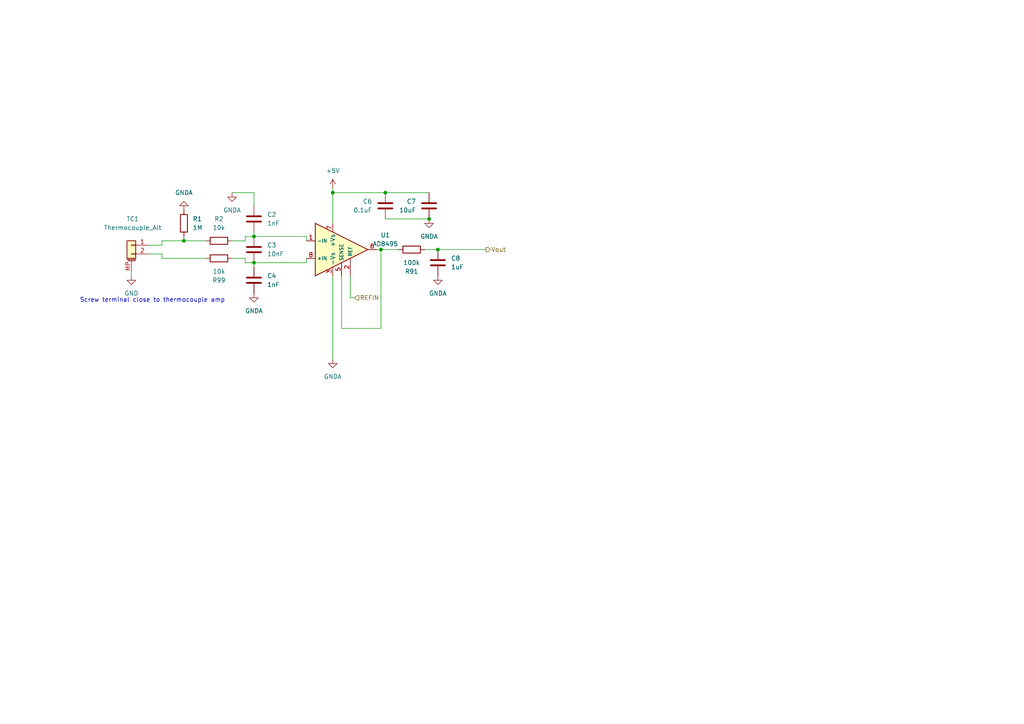
<source format=kicad_sch>
(kicad_sch (version 20231120) (generator "eeschema") (generator_version "8.0")
  (paper "A4")
  (lib_symbols
    (symbol "Connector_Generic_MountingPin:Conn_01x02_MountingPin" (pin_names (offset 1.016) hide)
      (property "Reference" "J" (at 0 2.54 0))
      (property "Value" "Conn_01x02_MountingPin" (at 1.27 -5.08 0))
      (symbol "Conn_01x02_MountingPin_1_1"
        (rectangle (start -1.27 -2.413) (end 0 -2.667) (stroke (width 0.1524)))
        (rectangle (start -1.27 0.127) (end 0 -0.127) (stroke (width 0.1524)))
        (rectangle (start -1.27 1.27) (end 1.27 -3.81) (stroke (width 0.254)) (fill (type background)))
        (polyline (pts (xy -1.016 -4.572) (xy 1.016 -4.572)) (stroke (width 0.1524)))
        (text "Mounting" (at 0 -4.191 0) (effects (font (size 0.381 0.381))))
        (pin passive line (at -5.08 0 0) (length 3.81) (name "Pin_1") (number "1"))
        (pin passive line (at -5.08 -2.54 0) (length 3.81) (name "Pin_2") (number "2"))
        (pin passive line (at 0 -7.62 90) (length 3.048) (name "MountPin") (number "MP"))
      )
    )
    (symbol "Device:C" (pin_numbers hide) (pin_names (offset 0.254))
      (property "Reference" "C" (at 0.635 2.54 0))
      (property "Value" "C" (at 0.635 -2.54 0))
      (symbol "C_0_1"
        (polyline (pts (xy -2.032 -0.762) (xy 2.032 -0.762)) (stroke (width 0.508)))
        (polyline (pts (xy -2.032 0.762) (xy 2.032 0.762)) (stroke (width 0.508)))
      )
      (symbol "C_1_1"
        (pin passive line (at 0 3.81 270) (length 2.794) (name "~") (number "1"))
        (pin passive line (at 0 -3.81 90) (length 2.794) (name "~") (number "2"))
      )
    )
    (symbol "Device:R" (pin_numbers hide) (pin_names (offset 0))
      (property "Reference" "R" (at 2.032 0 90))
      (property "Value" "R" (at 0 0 90))
      (symbol "R_0_1"
        (rectangle (start -1.016 -2.54) (end 1.016 2.54) (stroke (width 0.254)))
      )
      (symbol "R_1_1"
        (pin passive line (at 0 3.81 270) (length 1.27) (name "~") (number "1"))
        (pin passive line (at 0 -3.81 90) (length 1.27) (name "~") (number "2"))
      )
    )
    (symbol "Sensor_Temperature:AD8495"
      (property "Reference" "U" (at 5.08 3.81 0))
      (property "Value" "AD8495" (at 8.89 -3.81 0))
      (symbol "AD8495_0_1"
        (polyline (pts (xy -7.62 7.62) (xy 7.62 0) (xy -7.62 -7.62) (xy -7.62 7.62)) (stroke (width 0.254)) (fill (type background)))
      )
      (symbol "AD8495_1_1"
        (pin input line (at -10.16 2.54 0) (length 2.54) (name "-IN") (number "1"))
        (pin input line (at 2.54 -7.62 90) (length 5.08) (name "REF") (number "2"))
        (pin power_in line (at -2.54 -7.62 90) (length 2.54) (name "-Vs") (number "3"))
        (pin no_connect line (at -5.08 0 180) (length 2.54) hide (name "NC") (number "4"))
        (pin passive line (at 0 -7.62 90) (length 3.81) (name "SENSE") (number "5"))
        (pin output line (at 10.16 0 180) (length 2.54) (name "~") (number "6"))
        (pin power_in line (at -2.54 7.62 270) (length 2.54) (name "+Vs") (number "7"))
        (pin input line (at -10.16 -2.54 0) (length 2.54) (name "+IN") (number "8"))
      )
    )
    (symbol "power:+5V" (power) (pin_names (offset 0))
      (property "Value" "+5V" (at 0 3.556 0))
      (symbol "+5V_0_1"
        (polyline (pts (xy -0.762 1.27) (xy 0 2.54)))
        (polyline (pts (xy 0 0) (xy 0 2.54)))
        (polyline (pts (xy 0 2.54) (xy 0.762 1.27)))
      )
      (symbol "+5V_1_1"
        (pin power_in line (at 0 0 90) (length 0) hide (name "+5V") (number "1"))
      )
    )
    (symbol "power:GND" (power) (pin_numbers hide) (pin_names (offset 0) hide)
      (property "Value" "GND" (at 0 -3.81 0))
      (symbol "GND_0_1"
        (polyline (pts (xy 0 0) (xy 0 -1.27) (xy 1.27 -1.27) (xy 0 -2.54) (xy -1.27 -1.27) (xy 0 -1.27)))
      )
      (symbol "GND_1_1"
        (pin power_in line (at 0 0 270) (length 0) (name "~") (number "1"))
      )
    )
    (symbol "power:GNDA" (power) (pin_names (offset 0))
      (property "Value" "GNDA" (at 0 -3.81 0))
      (symbol "GNDA_0_1"
        (polyline (pts (xy 0 0) (xy 0 -1.27) (xy 1.27 -1.27) (xy 0 -2.54) (xy -1.27 -1.27) (xy 0 -1.27)))
      )
      (symbol "GNDA_1_1"
        (pin power_in line (at 0 0 270) (length 0) hide (name "GNDA") (number "1"))
      )
    )
  )
  (junction (at 110.49 72.39))
  (junction (at 53.34 69.85))
  (junction (at 73.66 76.2))
  (junction (at 111.76 55.88))
  (junction (at 124.46 63.5))
  (junction (at 127 72.39))
  (junction (at 96.52 55.88))
  (junction (at 73.66 68.58))
  (wire (pts (xy 96.52 80.01) (xy 96.52 104.14)))
  (wire (pts (xy 73.66 76.2) (xy 73.66 77.47)))
  (wire (pts (xy 99.06 80.01) (xy 99.06 95.25)))
  (wire (pts (xy 43.18 71.12) (xy 46.99 71.12)))
  (wire (pts (xy 67.31 55.88) (xy 73.66 55.88)))
  (wire (pts (xy 99.06 95.25) (xy 110.49 95.25)))
  (wire (pts (xy 53.34 68.58) (xy 53.34 69.85)))
  (wire (pts (xy 73.66 76.2) (xy 88.9 76.2)))
  (wire (pts (xy 96.52 55.88) (xy 111.76 55.88)))
  (wire (pts (xy 101.6 86.36) (xy 102.87 86.36)))
  (wire (pts (xy 38.1 78.74) (xy 38.1 80.01)))
  (wire (pts (xy 101.6 80.01) (xy 101.6 86.36)))
  (wire (pts (xy 46.99 71.12) (xy 46.99 69.85)))
  (wire (pts (xy 71.12 74.93) (xy 71.12 76.2)))
  (wire (pts (xy 124.46 63.5) (xy 111.76 63.5)))
  (wire (pts (xy 46.99 74.93) (xy 59.69 74.93)))
  (wire (pts (xy 127 72.39) (xy 123.19 72.39)))
  (wire (pts (xy 109.22 72.39) (xy 110.49 72.39)))
  (wire (pts (xy 96.52 55.88) (xy 96.52 64.77)))
  (wire (pts (xy 88.9 76.2) (xy 88.9 74.93)))
  (wire (pts (xy 53.34 69.85) (xy 46.99 69.85)))
  (wire (pts (xy 73.66 67.31) (xy 73.66 68.58)))
  (wire (pts (xy 67.31 74.93) (xy 71.12 74.93)))
  (wire (pts (xy 46.99 73.66) (xy 43.18 73.66)))
  (wire (pts (xy 124.46 55.88) (xy 111.76 55.88)))
  (wire (pts (xy 71.12 68.58) (xy 73.66 68.58)))
  (wire (pts (xy 73.66 55.88) (xy 73.66 59.69)))
  (wire (pts (xy 115.57 72.39) (xy 110.49 72.39)))
  (wire (pts (xy 110.49 72.39) (xy 110.49 95.25)))
  (wire (pts (xy 96.52 54.61) (xy 96.52 55.88)))
  (wire (pts (xy 46.99 74.93) (xy 46.99 73.66)))
  (wire (pts (xy 71.12 76.2) (xy 73.66 76.2)))
  (wire (pts (xy 71.12 69.85) (xy 71.12 68.58)))
  (wire (pts (xy 59.69 69.85) (xy 53.34 69.85)))
  (wire (pts (xy 88.9 69.85) (xy 88.9 68.58)))
  (wire (pts (xy 127 72.39) (xy 140.97 72.39)))
  (wire (pts (xy 67.31 69.85) (xy 71.12 69.85)))
  (wire (pts (xy 88.9 68.58) (xy 73.66 68.58)))
  (text "Screw terminal close to thermocouple amp" (at 44.196 87.122 0) (effects (font (size 1.27 1.27))))
  (hierarchical_label "Vout" (shape output) (at 140.97 72.39 0))
  (hierarchical_label "REFIN" (shape input) (at 102.87 86.36 0))
  (symbol (lib_id "Device:C") (at 124.46 59.69 0) (mirror y) (unit 1)
    (property "Reference" "C7" (at 120.65 58.42 0) (effects (justify left)))
    (property "Value" "10uF" (at 120.65 60.96 0) (effects (justify left)))
    (property "Footprint" "Capacitor_SMD:C_0603_1608Metric_Pad1.08x0.95mm_HandSolder" (effects (hide yes)))
    (instances (project "launchpad-controller-v2" (path "" (reference "C7") (unit 1)) (path "" (reference "C15") (unit 1)) (path "" (reference "C31") (unit 1)) (path "" (reference "C23") (unit 1)) (path "" (reference "C69") (unit 1)) (path "" (reference "C61") (unit 1)) (path "" (reference "C53") (unit 1)) (path "" (reference "C77") (unit 1))))
  )
  (symbol (lib_id "Device:C") (at 127 76.2 0) (unit 1)
    (property "Reference" "C8" (at 130.81 74.93 0) (effects (justify left)))
    (property "Value" "1uF" (at 130.81 77.47 0) (effects (justify left)))
    (property "Footprint" "Capacitor_SMD:C_0603_1608Metric_Pad1.08x0.95mm_HandSolder" (effects (hide yes)))
    (instances (project "launchpad-controller-v2" (path "" (reference "C8") (unit 1)) (path "" (reference "C16") (unit 1)) (path "" (reference "C32") (unit 1)) (path "" (reference "C24") (unit 1)) (path "" (reference "C70") (unit 1)) (path "" (reference "C62") (unit 1)) (path "" (reference "C54") (unit 1)) (path "" (reference "C78") (unit 1))))
  )
  (symbol (lib_id "Device:R") (at 119.38 72.39 270) (unit 1)
    (property "Reference" "R91" (at 119.38 78.74 90))
    (property "Value" "100k" (at 119.38 76.2 90))
    (property "Footprint" "Resistor_SMD:R_0603_1608Metric_Pad0.98x0.95mm_HandSolder" (effects (hide yes)))
    (property "Description" "Resistor" (effects (hide yes)))
    (instances (project "launchpad-controller-v2" (path "" (reference "R91") (unit 1)) (path "" (reference "R86") (unit 1)) (path "" (reference "R87") (unit 1)) (path "" (reference "R88") (unit 1)) (path "" (reference "R89") (unit 1)) (path "" (reference "R90") (unit 1)) (path "" (reference "R92") (unit 1)) (path "" (reference "R93") (unit 1))))
  )
  (symbol (lib_id "power:GNDA") (at 73.66 85.09 0) (unit 1)
    (property "Reference" "#PWR04" (effects (hide yes)))
    (property "Value" "GNDA" (at 73.66 90.17 0))
    (instances (project "launchpad-controller-v2" (path "" (reference "#PWR04") (unit 1)) (path "" (reference "#PWR011") (unit 1)) (path "" (reference "#PWR025") (unit 1)) (path "" (reference "#PWR018") (unit 1)) (path "" (reference "#PWR072") (unit 1)) (path "" (reference "#PWR065") (unit 1)) (path "" (reference "#PWR058") (unit 1)) (path "" (reference "#PWR079") (unit 1))))
  )
  (symbol (lib_id "Device:C") (at 73.66 81.28 0) (unit 1)
    (property "Reference" "C4" (at 77.47 80.01 0) (effects (justify left)))
    (property "Value" "1nF" (at 77.47 82.55 0) (effects (justify left)))
    (property "Footprint" "Capacitor_SMD:C_0603_1608Metric_Pad1.08x0.95mm_HandSolder" (effects (hide yes)))
    (instances (project "launchpad-controller-v2" (path "" (reference "C4") (unit 1)) (path "" (reference "C12") (unit 1)) (path "" (reference "C28") (unit 1)) (path "" (reference "C20") (unit 1)) (path "" (reference "C66") (unit 1)) (path "" (reference "C58") (unit 1)) (path "" (reference "C50") (unit 1)) (path "" (reference "C74") (unit 1))))
  )
  (symbol (lib_id "power:GND") (at 38.1 80.01 0) (unit 1)
    (property "Reference" "#PWR0270" (effects (hide yes)))
    (property "Value" "GND" (at 38.1 85.09 0))
    (property "Description" "Power symbol creates a global label with name \"GND\" , ground" (effects (hide yes)))
    (instances (project "launchpad-controller-v2" (path "" (reference "#PWR0270") (unit 1)) (path "" (reference "#PWR0263") (unit 1)) (path "" (reference "#PWR0271") (unit 1)) (path "" (reference "#PWR0272") (unit 1)) (path "" (reference "#PWR0273") (unit 1)) (path "" (reference "#PWR0274") (unit 1)) (path "" (reference "#PWR0275") (unit 1)) (path "" (reference "#PWR0276") (unit 1))))
  )
  (symbol (lib_id "power:GNDA") (at 127 80.01 0) (unit 1)
    (property "Reference" "#PWR0160" (effects (hide yes)))
    (property "Value" "GNDA" (at 127 85.09 0))
    (instances (project "launchpad-controller-v2" (path "" (reference "#PWR0160") (unit 1)) (path "" (reference "#PWR0158") (unit 1)) (path "" (reference "#PWR0159") (unit 1)) (path "" (reference "#PWR0161") (unit 1)) (path "" (reference "#PWR0162") (unit 1)) (path "" (reference "#PWR0163") (unit 1)) (path "" (reference "#PWR0164") (unit 1)) (path "" (reference "#PWR0165") (unit 1))))
  )
  (symbol (lib_id "Device:R") (at 63.5 74.93 90) (unit 1)
    (property "Reference" "R99" (at 63.5 81.28 90))
    (property "Value" "10k" (at 63.5 78.74 90))
    (property "Footprint" "Resistor_SMD:R_0603_1608Metric_Pad0.98x0.95mm_HandSolder" (effects (hide yes)))
    (property "Description" "Resistor" (effects (hide yes)))
    (instances (project "launchpad-controller-v2" (path "" (reference "R99") (unit 1)) (path "" (reference "R94") (unit 1)) (path "" (reference "R95") (unit 1)) (path "" (reference "R96") (unit 1)) (path "" (reference "R97") (unit 1)) (path "" (reference "R98") (unit 1)) (path "" (reference "R100") (unit 1)) (path "" (reference "R101") (unit 1))))
  )
  (symbol (lib_id "power:+5V") (at 96.52 54.61 0) (unit 1)
    (property "Reference" "#PWR05" (effects (hide yes)))
    (property "Value" "+5V" (at 96.52 49.53 0))
    (instances (project "launchpad-controller-v2" (path "" (reference "#PWR05") (unit 1)) (path "" (reference "#PWR012") (unit 1)) (path "" (reference "#PWR026") (unit 1)) (path "" (reference "#PWR019") (unit 1)) (path "" (reference "#PWR073") (unit 1)) (path "" (reference "#PWR066") (unit 1)) (path "" (reference "#PWR059") (unit 1)) (path "" (reference "#PWR080") (unit 1))))
  )
  (symbol (lib_id "Device:R") (at 63.5 69.85 90) (unit 1)
    (property "Reference" "R2" (at 63.5 63.5 90))
    (property "Value" "10k" (at 63.5 66.04 90))
    (property "Footprint" "Resistor_SMD:R_0603_1608Metric_Pad0.98x0.95mm_HandSolder" (effects (hide yes)))
    (instances (project "launchpad-controller-v2" (path "" (reference "R2") (unit 1)) (path "" (reference "R4") (unit 1)) (path "" (reference "R8") (unit 1)) (path "" (reference "R6") (unit 1)) (path "" (reference "R14") (unit 1)) (path "" (reference "R12") (unit 1)) (path "" (reference "R10") (unit 1)) (path "" (reference "R16") (unit 1))))
  )
  (symbol (lib_id "power:GNDA") (at 53.34 60.96 0) (mirror x) (unit 1)
    (property "Reference" "#PWR01" (effects (hide yes)))
    (property "Value" "GNDA" (at 53.34 55.88 0))
    (instances (project "launchpad-controller-v2" (path "" (reference "#PWR01") (unit 1)) (path "" (reference "#PWR08") (unit 1)) (path "" (reference "#PWR022") (unit 1)) (path "" (reference "#PWR015") (unit 1)) (path "" (reference "#PWR069") (unit 1)) (path "" (reference "#PWR062") (unit 1)) (path "" (reference "#PWR055") (unit 1)) (path "" (reference "#PWR076") (unit 1))))
  )
  (symbol (lib_id "Connector_Generic_MountingPin:Conn_01x02_MountingPin") (at 38.1 71.12 0) (mirror y) (unit 1)
    (property "Reference" "TC1" (at 38.481 63.5 0))
    (property "Value" "Thermocouple_Alt" (at 38.481 66.04 0))
    (property "Footprint" "Connector_JST:JST_GH_BM02B-GHS-TBT_1x02-1MP_P1.25mm_Vertical" (effects (hide yes)))
    (property "Description" "Generic connectable mounting pin connector, single row, 01x02, script generated (kicad-library-utils/schlib/autogen/connector/)" (effects (hide yes)))
    (instances (project "launchpad-controller-v2" (path "" (reference "TC1") (unit 1)) (path "" (reference "TC2") (unit 1)) (path "" (reference "TC4") (unit 1)) (path "" (reference "TC3") (unit 1)) (path "" (reference "TC7") (unit 1)) (path "" (reference "TC6") (unit 1)) (path "" (reference "TC5") (unit 1)) (path "" (reference "TC8") (unit 1))))
  )
  (symbol (lib_id "power:GNDA") (at 124.46 63.5 0) (mirror y) (unit 1)
    (property "Reference" "#PWR07" (effects (hide yes)))
    (property "Value" "GNDA" (at 124.46 68.58 0))
    (instances (project "launchpad-controller-v2" (path "" (reference "#PWR07") (unit 1)) (path "" (reference "#PWR014") (unit 1)) (path "" (reference "#PWR028") (unit 1)) (path "" (reference "#PWR021") (unit 1)) (path "" (reference "#PWR075") (unit 1)) (path "" (reference "#PWR068") (unit 1)) (path "" (reference "#PWR061") (unit 1)) (path "" (reference "#PWR082") (unit 1))))
  )
  (symbol (lib_id "Device:C") (at 73.66 63.5 0) (unit 1)
    (property "Reference" "C2" (at 77.47 62.23 0) (effects (justify left)))
    (property "Value" "1nF" (at 77.47 64.77 0) (effects (justify left)))
    (property "Footprint" "Capacitor_SMD:C_0603_1608Metric_Pad1.08x0.95mm_HandSolder" (effects (hide yes)))
    (instances (project "launchpad-controller-v2" (path "" (reference "C2") (unit 1)) (path "" (reference "C10") (unit 1)) (path "" (reference "C26") (unit 1)) (path "" (reference "C18") (unit 1)) (path "" (reference "C64") (unit 1)) (path "" (reference "C56") (unit 1)) (path "" (reference "C48") (unit 1)) (path "" (reference "C72") (unit 1))))
  )
  (symbol (lib_id "power:GNDA") (at 67.31 55.88 0) (unit 1)
    (property "Reference" "#PWR02" (effects (hide yes)))
    (property "Value" "GNDA" (at 67.31 60.96 0))
    (instances (project "launchpad-controller-v2" (path "" (reference "#PWR02") (unit 1)) (path "" (reference "#PWR09") (unit 1)) (path "" (reference "#PWR023") (unit 1)) (path "" (reference "#PWR016") (unit 1)) (path "" (reference "#PWR070") (unit 1)) (path "" (reference "#PWR063") (unit 1)) (path "" (reference "#PWR056") (unit 1)) (path "" (reference "#PWR077") (unit 1))))
  )
  (symbol (lib_id "Device:R") (at 53.34 64.77 0) (unit 1)
    (property "Reference" "R1" (at 55.88 63.5 0) (effects (justify left)))
    (property "Value" "1M" (at 55.88 66.04 0) (effects (justify left)))
    (property "Footprint" "Resistor_SMD:R_0603_1608Metric_Pad0.98x0.95mm_HandSolder" (effects (hide yes)))
    (instances (project "launchpad-controller-v2" (path "" (reference "R1") (unit 1)) (path "" (reference "R3") (unit 1)) (path "" (reference "R7") (unit 1)) (path "" (reference "R5") (unit 1)) (path "" (reference "R13") (unit 1)) (path "" (reference "R11") (unit 1)) (path "" (reference "R9") (unit 1)) (path "" (reference "R15") (unit 1))))
  )
  (symbol (lib_id "Sensor_Temperature:AD8495") (at 99.06 72.39 0) (unit 1)
    (property "Reference" "U1" (at 111.76 68.1991 0))
    (property "Value" "AD8495" (at 111.76 70.7391 0))
    (property "Footprint" "Package_SO:MSOP-8_3x3mm_P0.65mm" (effects (hide yes)))
    (property "Datasheet" "https://www.analog.com/media/en/technical-documentation/data-sheets/ad8494_8495_8496_8497.pdf" (effects (hide yes)))
    (instances (project "launchpad-controller-v2" (path "" (reference "U1") (unit 1)) (path "" (reference "U3") (unit 1)) (path "" (reference "U5") (unit 1)) (path "" (reference "U4") (unit 1)) (path "" (reference "U10") (unit 1)) (path "" (reference "U9") (unit 1)) (path "" (reference "U8") (unit 1)) (path "" (reference "U11") (unit 1))))
  )
  (symbol (lib_id "Device:C") (at 111.76 59.69 0) (mirror y) (unit 1)
    (property "Reference" "C6" (at 107.95 58.42 0) (effects (justify left)))
    (property "Value" "0.1uF" (at 107.95 60.96 0) (effects (justify left)))
    (property "Footprint" "Capacitor_SMD:C_0603_1608Metric_Pad1.08x0.95mm_HandSolder" (effects (hide yes)))
    (instances (project "launchpad-controller-v2" (path "" (reference "C6") (unit 1)) (path "" (reference "C14") (unit 1)) (path "" (reference "C30") (unit 1)) (path "" (reference "C22") (unit 1)) (path "" (reference "C68") (unit 1)) (path "" (reference "C60") (unit 1)) (path "" (reference "C52") (unit 1)) (path "" (reference "C76") (unit 1))))
  )
  (symbol (lib_id "power:GNDA") (at 96.52 104.14 0) (unit 1)
    (property "Reference" "#PWR03" (effects (hide yes)))
    (property "Value" "GNDA" (at 96.52 109.22 0))
    (instances (project "launchpad-controller-v2" (path "" (reference "#PWR03") (unit 1)) (path "" (reference "#PWR010") (unit 1)) (path "" (reference "#PWR024") (unit 1)) (path "" (reference "#PWR017") (unit 1)) (path "" (reference "#PWR071") (unit 1)) (path "" (reference "#PWR064") (unit 1)) (path "" (reference "#PWR057") (unit 1)) (path "" (reference "#PWR078") (unit 1))))
  )
  (symbol (lib_id "Device:C") (at 73.66 72.39 0) (unit 1)
    (property "Reference" "C3" (at 77.47 71.12 0) (effects (justify left)))
    (property "Value" "10nF" (at 77.47 73.66 0) (effects (justify left)))
    (property "Footprint" "Capacitor_SMD:C_0603_1608Metric_Pad1.08x0.95mm_HandSolder" (effects (hide yes)))
    (instances (project "launchpad-controller-v2" (path "" (reference "C3") (unit 1)) (path "" (reference "C11") (unit 1)) (path "" (reference "C27") (unit 1)) (path "" (reference "C19") (unit 1)) (path "" (reference "C65") (unit 1)) (path "" (reference "C57") (unit 1)) (path "" (reference "C49") (unit 1)) (path "" (reference "C73") (unit 1))))
  )
)
</source>
